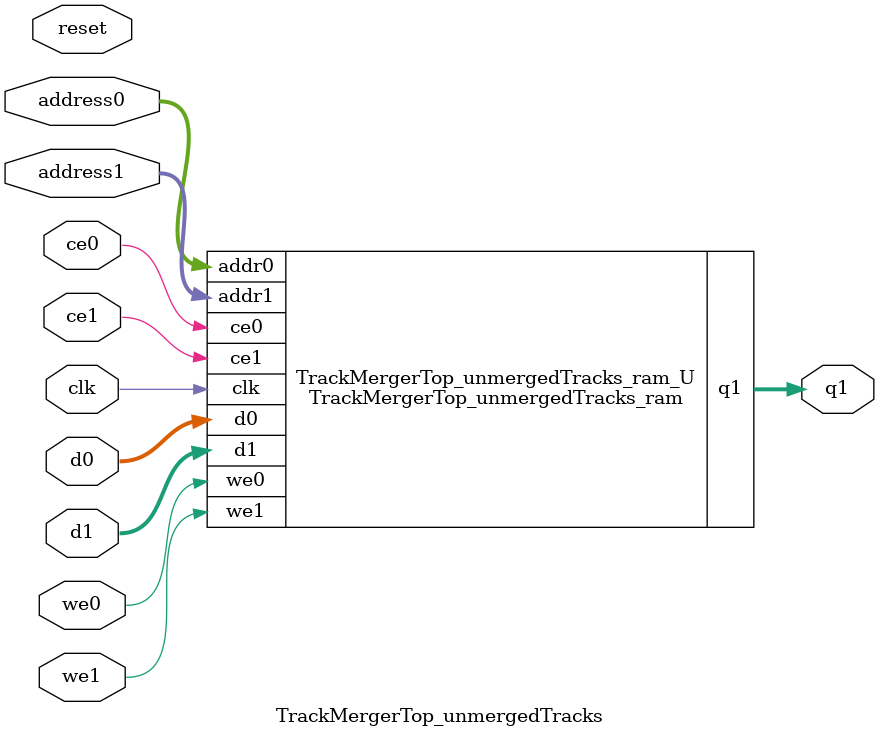
<source format=v>
`timescale 1 ns / 1 ps
module TrackMergerTop_unmergedTracks_ram (addr0, ce0, d0, we0, addr1, ce1, d1, we1, q1,  clk);

parameter DWIDTH = 372;
parameter AWIDTH = 7;
parameter MEM_SIZE = 92;

input[AWIDTH-1:0] addr0;
input ce0;
input[DWIDTH-1:0] d0;
input we0;
input[AWIDTH-1:0] addr1;
input ce1;
input[DWIDTH-1:0] d1;
input we1;
output reg[DWIDTH-1:0] q1;
input clk;

(* ram_style = "block" *)reg [DWIDTH-1:0] ram[0:MEM_SIZE-1];




always @(posedge clk)  
begin 
    if (ce0) begin
        if (we0) 
            ram[addr0] <= d0; 
    end
end


always @(posedge clk)  
begin 
    if (ce1) begin
        if (we1) 
            ram[addr1] <= d1; 
        q1 <= ram[addr1];
    end
end


endmodule

`timescale 1 ns / 1 ps
module TrackMergerTop_unmergedTracks(
    reset,
    clk,
    address0,
    ce0,
    we0,
    d0,
    address1,
    ce1,
    we1,
    d1,
    q1);

parameter DataWidth = 32'd372;
parameter AddressRange = 32'd92;
parameter AddressWidth = 32'd7;
input reset;
input clk;
input[AddressWidth - 1:0] address0;
input ce0;
input we0;
input[DataWidth - 1:0] d0;
input[AddressWidth - 1:0] address1;
input ce1;
input we1;
input[DataWidth - 1:0] d1;
output[DataWidth - 1:0] q1;



TrackMergerTop_unmergedTracks_ram TrackMergerTop_unmergedTracks_ram_U(
    .clk( clk ),
    .addr0( address0 ),
    .ce0( ce0 ),
    .we0( we0 ),
    .d0( d0 ),
    .addr1( address1 ),
    .ce1( ce1 ),
    .we1( we1 ),
    .d1( d1 ),
    .q1( q1 ));

endmodule


</source>
